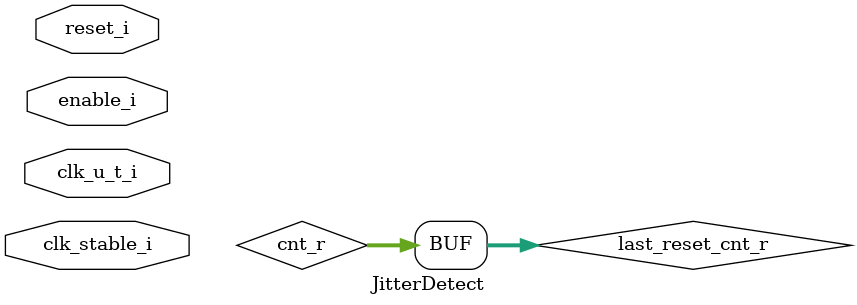
<source format=v>
module JitterDetect #(parameter WIDTH = 7)(
	input clk_stable_i,    // Stable clock
	input enable_i, // Enable
	input clk_u_t_i, // Clock Under Test
	input reset_i  // Asynchronous reset active high
	);
	
	localparam increment = 1'b0;
	reg [WIDTH-1:0] cnt_r, next_cnt_r, last_reset_cnt_r;

	always @(posedge clk_stable_i)
	begin
		if (reset_i)
			cnt_val_r <= {(WIDTH){1'b0}};
		else
			cnt_r <= next_cnt_r;
	end

	always @(enable_i, cnt_r)
	begin
		if(enable_i)
			next_cnt_r = cnt_r + increment;
		else
			next_cnt_r = cnt_r;
	end

	always @(clk_u_t_i)
	begin
		last_reset_cnt_r <= cnt_r;
	end



endmodule
</source>
